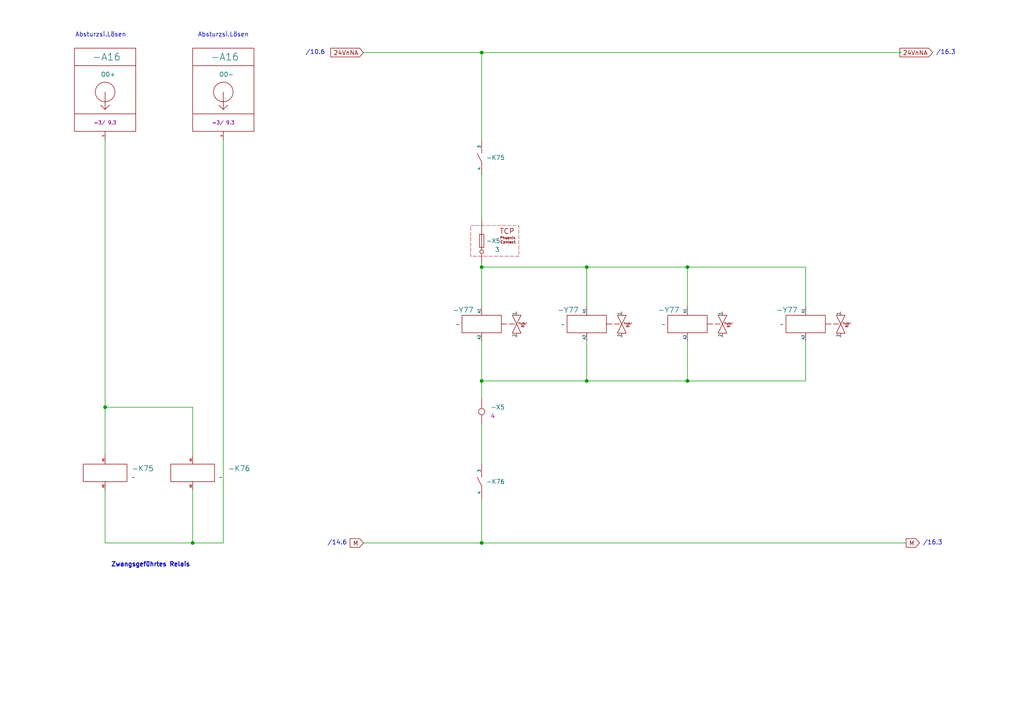
<source format=kicad_sch>
(kicad_sch (version 20250114) (generator "eeschema") (generator_version "9.0")
  (paper "A4")
  (title_block (comment 4 "3"))
  (lib_symbols
    (symbol "standart:PLC_OUT_(A)" (on_board no)
      (property "Reference" "-A" (at -6.35 10.16 0))
      (property "Target" "=Gruppe/ Seite.Pfad" (at 0 -8.89 0))
      (symbol "PLC_OUT_(A)_0_1"
        (rectangle (start -8.89 12.7) (end 8.89 -11.43))
        (polyline (pts (xy -8.89 7.62) (xy 8.89 7.62)))
        (polyline (pts (xy -8.89 -6.35) (xy 8.89 -6.35)))
        (polyline (pts (xy 0 0) (xy 0 -5.08) (xy 1.27 -3.81) (xy 0 -5.08) (xy -1.27 -3.81)))
        (circle (center 0 0) (radius 2.8398))
      )
      (symbol "PLC_OUT_(A)_1_1"
        (pin output line (at 0 -13.97 90) (length 2.54) (name "") (number "1"))
      )
    )
    (symbol "standart:Relais_(K)_A1-A2" (pin_names (hide yes))
      (property "Reference" "-K" (at -4.572 5.842 0))
      (symbol "Relais_(K)_A1-A2_0_1"
        (rectangle (start -6.35 2.54) (end 6.35 -2.54))
      )
      (symbol "Relais_(K)_A1-A2_1_1"
        (pin passive line (at 0 5.08 270) (length 2.54) (name "") (number "A1"))
        (pin passive line (at 0 -5.08 90) (length 2.54) (name "") (number "A2"))
      )
    )
    (symbol "standart:Relais_(K)_NO" (pin_numbers (hide yes)) (pin_names (offset 0))
      (property "Reference" "-K" (at -4.318 4.318 0))
      (symbol "Relais_(K)_NO_0_1"
        (polyline (pts (xy 0 1.27) (xy 0 1.27)))
        (polyline (pts (xy 0 -1.27) (xy -1.27 1.27)))
      )
      (symbol "Relais_(K)_NO_1_1"
        (pin passive line (at 0 5.08 270) (length 3.81) (name "3") (number "3"))
        (pin passive line (at 0 -5.08 90) (length 3.81) (name "4") (number "4"))
      )
    )
    (symbol "standart:TCP_(X)" (pin_numbers (hide yes)) (pin_names (offset 0) (hide yes))
      (property "Reference" "-X" (at -9.398 7.366 0))
      (symbol "TCP_(X)_0_1"
        (polyline (pts (xy -3.81 -5.334) (xy -3.81 -3.81)))
      )
      (symbol "TCP_(X)_1_1"
        (rectangle (start -6.985 4.445) (end 6.985 -4.445) (stroke (width 0.1016) (type dash)))
        (rectangle (start -4.445 1.905) (end -3.175 -1.905))
        (circle (center -3.8101 -3.155) (radius 0.5341))
        (polyline (pts (xy -3.81 5.08) (xy -3.81 -2.54)))
        (text "TCP" (at 3.556 2.794 0) (effects (font (size 1.524 1.524))))
        (text "Phoenix\nContact" (at 6.096 0.254 0) (effects (font (size 0.762 0.762)) (justify right)))
        (pin passive line (at -3.81 6.35 270) (length 1.27) (name "") (number ""))
        (pin passive line (at -3.81 -6.35 90) (length 1.016) (name ".") (number ""))
      )
    )
    (symbol "standart:Ventil_(Y)" (pin_numbers (hide yes)) (pin_names (offset 0))
      (property "Reference" "-Y" (at -8.636 4.064 0))
      (symbol "Ventil_(Y)_0_1"
        (rectangle (start -5.715 2.54) (end 5.715 -2.54))
      )
      (symbol "Ventil_(Y)_1_1"
        (polyline (pts (xy 5.715 0) (xy 9.525 0)) (stroke (width 0) (type dash)))
        (polyline (pts (xy 10.16 0) (xy 8.8857 -2.6619) (xy 11.4257 -2.6619) (xy 10.16 0) (xy 8.89 2.54) (xy 11.43 2.54) (xy 10.16 0)))
        (text "Fluid/\nAir" (at 11.938 -0.254 0) (effects (font (size 0.508 0.508))))
        (pin passive line (at 0 5.08 270) (length 2.54) (name "A1") (number "A1"))
        (pin passive line (at 0 -5.08 90) (length 2.54) (name "A2") (number "A2"))
        (pin passive line (at 10.16 3.556 270) (length 1.016) (name "1") (number "1"))
        (pin passive line (at 10.16 -3.81 90) (length 1.016) (name "2") (number "2"))
      )
    )
    (symbol "standart:Verbinder_Standart_einfach_(X)" (pin_numbers (hide yes)) (pin_names (offset 0))
      (property "Reference" "-X" (at -4.572 2.794 0))
      (property "Nummer" "x" (at 3.048 3.048 0))
      (symbol "Verbinder_Standart_einfach_(X)_0_1"
        (polyline (pts (xy 0 1.27) (xy 0 1.016)))
        (circle (center 0 0) (radius 0.9158))
        (polyline (pts (xy 0 -1.27) (xy 0 -1.016)))
      )
      (symbol "Verbinder_Standart_einfach_(X)_1_1"
        (pin passive line (at 0 3.81 270) (length 2.54) (name "") (number ""))
        (pin passive line (at 0 -3.81 90) (length 2.54) (name "") (number ""))
      )
    )
  )
  (text "Absturzsi.Lösen" (at 29.21 10.16 0) (effects (font (size 1.27 1.27))))
  (text "Zwangsgeführtes Relais" (at 43.688 163.83 0) (effects (font (size 1.27 1.27) (thickness 0.254) (bold yes))))
  (text "/14.6\n" (at 97.79 157.48 0) (effects (font (size 1.27 1.27))))
  (text "/16.3" (at 274.32 15.24 0) (effects (font (size 1.27 1.27))))
  (text "/16.3" (at 270.51 157.48 0) (effects (font (size 1.27 1.27))))
  (text "Absturzsi.Lösen" (at 64.77 10.16 0) (effects (font (size 1.27 1.27))))
  (text "/10.6" (at 91.44 15.24 0) (effects (font (size 1.27 1.27))))
  (junction (at 170.18 77.47))
  (junction (at 30.48 118.11))
  (junction (at 199.39 110.49))
  (junction (at 199.39 77.47))
  (junction (at 139.7 110.49))
  (junction (at 139.7 77.47))
  (junction (at 139.7 15.24))
  (junction (at 139.7 157.48))
  (junction (at 170.18 110.49))
  (junction (at 55.88 157.48))
  (wire (pts (xy 139.7 157.48) (xy 262.89 157.48)))
  (wire (pts (xy 139.7 49.784) (xy 139.7 63.5)))
  (wire (pts (xy 55.88 142.24) (xy 55.88 157.48)))
  (wire (pts (xy 170.18 77.47) (xy 199.39 77.47)))
  (wire (pts (xy 55.88 157.48) (xy 64.77 157.48)))
  (wire (pts (xy 199.39 77.47) (xy 233.68 77.47)))
  (wire (pts (xy 30.48 157.48) (xy 55.88 157.48)))
  (wire (pts (xy 170.18 77.47) (xy 170.18 88.9)))
  (wire (pts (xy 199.39 110.49) (xy 233.68 110.49)))
  (wire (pts (xy 199.39 99.06) (xy 199.39 110.49)))
  (wire (pts (xy 30.48 118.11) (xy 30.48 132.08)))
  (wire (pts (xy 139.7 110.49) (xy 170.18 110.49)))
  (wire (pts (xy 139.7 99.06) (xy 139.7 110.49)))
  (wire (pts (xy 139.7 76.2) (xy 139.7 77.47)))
  (wire (pts (xy 170.18 99.06) (xy 170.18 110.49)))
  (wire (pts (xy 30.48 40.64) (xy 30.48 118.11)))
  (wire (pts (xy 139.7 144.78) (xy 139.7 157.48)))
  (wire (pts (xy 105.41 157.48) (xy 139.7 157.48)))
  (wire (pts (xy 139.7 110.49) (xy 139.7 115.57)))
  (wire (pts (xy 139.7 77.47) (xy 170.18 77.47)))
  (wire (pts (xy 55.88 118.11) (xy 55.88 132.08)))
  (wire (pts (xy 105.41 15.24) (xy 139.7 15.24)))
  (wire (pts (xy 233.68 77.47) (xy 233.68 88.9)))
  (wire (pts (xy 139.7 77.47) (xy 139.7 88.9)))
  (wire (pts (xy 30.48 118.11) (xy 55.88 118.11)))
  (wire (pts (xy 64.77 40.64) (xy 64.77 157.48)))
  (wire (pts (xy 30.48 142.24) (xy 30.48 157.48)))
  (wire (pts (xy 233.68 99.06) (xy 233.68 110.49)))
  (wire (pts (xy 139.7 15.24) (xy 261.62 15.24)))
  (wire (pts (xy 139.7 15.24) (xy 139.7 40.64)))
  (wire (pts (xy 170.18 110.49) (xy 199.39 110.49)))
  (wire (pts (xy 139.7 123.19) (xy 139.7 134.62)))
  (wire (pts (xy 199.39 77.47) (xy 199.39 88.9)))
  (global_label "M" (shape input) (at 105.41 157.48 180) (property "Intersheetrefs" "${INTERSHEET_REFS}" (effects (hide yes))))
  (global_label "M" (shape input) (at 266.7 157.48 180) (property "Intersheetrefs" "${INTERSHEET_REFS}" (effects (hide yes))))
  (global_label "24VnNA" (shape input) (at 270.51 15.24 180) (property "Intersheetrefs" "${INTERSHEET_REFS}" (effects (hide yes))))
  (global_label "24VnNA" (shape input) (at 105.41 15.24 180) (property "Intersheetrefs" "${INTERSHEET_REFS}" (effects (hide yes))))
  (symbol (lib_id "standart:Ventil_(Y)") (at 199.39 93.98 0) (unit 1)
    (property "Reference" "-Y77" (at 190.754 89.916 0) (effects (font (size 1.524 1.524)) (justify left)))
    (property "Value" "~" (at 193.04 94.1069 0) (effects (justify right)))
    (property "Description" "Elektromagnetisches Ventil für Hydraulik und Pneumatik" (effects (hide yes)))
  )
  (symbol (lib_id "standart:PLC_OUT_(A)") (at 64.77 26.67 0) (unit 1) (on_board no)
    (property "Reference" "-A16" (at 60.96 16.51 0) (effects (font (size 2.032 2.032)) (justify left)))
    (property "Value" "O0-" (at 63.5 21.59 0) (effects (justify left)))
    (property "Target" "=3/ 9.3" (at 64.77 35.56 0) (effects (font (size 1.016 1.016))))
  )
  (symbol (lib_id "standart:Ventil_(Y)") (at 233.68 93.98 0) (unit 1)
    (property "Reference" "-Y77" (at 225.044 89.916 0) (effects (font (size 1.524 1.524)) (justify left)))
    (property "Value" "~" (at 227.33 94.1069 0) (effects (justify right)))
    (property "Description" "Elektromagnetisches Ventil für Hydraulik und Pneumatik" (effects (hide yes)))
  )
  (symbol (lib_id "standart:Verbinder_Standart_einfach_(X)") (at 139.7 119.38 0) (unit 1)
    (property "Reference" "-X5" (at 142.24 118.1099 0) (effects (justify left)))
    (property "Nummer" "4" (at 142.24 120.6499 0) (effects (justify left)))
  )
  (symbol (lib_id "standart:Relais_(K)_NO") (at 139.7 139.7 0) (unit 1)
    (property "Reference" "-K76" (at 140.97 139.6999 0) (effects (justify left)))
  )
  (symbol (lib_id "standart:Relais_(K)_A1-A2") (at 30.48 137.16 0) (unit 1)
    (property "Reference" "-K75" (at 38.1 135.8899 0) (effects (font (size 1.524 1.524)) (justify left)))
    (property "Value" "~" (at 38.1 138.4299 0) (effects (justify left)))
  )
  (symbol (lib_id "standart:PLC_OUT_(A)") (at 30.48 26.67 0) (unit 1) (on_board no)
    (property "Reference" "-A16" (at 26.67 16.51 0) (effects (font (size 2.032 2.032)) (justify left)))
    (property "Value" "O0+" (at 29.21 21.59 0) (effects (justify left)))
    (property "Target" "=3/ 9.3" (at 30.48 35.56 0) (effects (font (size 1.016 1.016))))
  )
  (symbol (lib_id "standart:Ventil_(Y)") (at 139.7 93.98 0) (unit 1)
    (property "Reference" "-Y77" (at 131.064 89.916 0) (effects (font (size 1.524 1.524)) (justify left)))
    (property "Value" "~" (at 133.35 94.1069 0) (effects (justify right)))
    (property "Description" "Elektromagnetisches Ventil für Hydraulik und Pneumatik" (effects (hide yes)))
  )
  (symbol (lib_id "standart:Relais_(K)_NO") (at 139.7 45.72 0) (unit 1)
    (property "Reference" "-K75" (at 140.97 45.7199 0) (effects (justify left)))
  )
  (symbol (lib_id "standart:TCP_(X)") (at 143.51 69.85 0) (unit 1)
    (property "Reference" "-X5" (at 140.97 69.85 0) (effects (justify left)))
    (property "Value" "3" (at 143.51 72.39 0) (effects (justify left)))
  )
  (symbol (lib_id "standart:Ventil_(Y)") (at 170.18 93.98 0) (unit 1)
    (property "Reference" "-Y77" (at 161.544 89.916 0) (effects (font (size 1.524 1.524)) (justify left)))
    (property "Value" "~" (at 163.83 94.1069 0) (effects (justify right)))
    (property "Description" "Elektromagnetisches Ventil für Hydraulik und Pneumatik" (effects (hide yes)))
  )
  (symbol (lib_id "standart:Relais_(K)_A1-A2") (at 55.88 137.16 0) (unit 1)
    (property "Reference" "-K76" (at 66.04 135.89 0) (effects (font (size 1.524 1.524)) (justify left)))
    (property "Value" "~" (at 63.5 138.4299 0) (effects (justify left)))
  )
)
</source>
